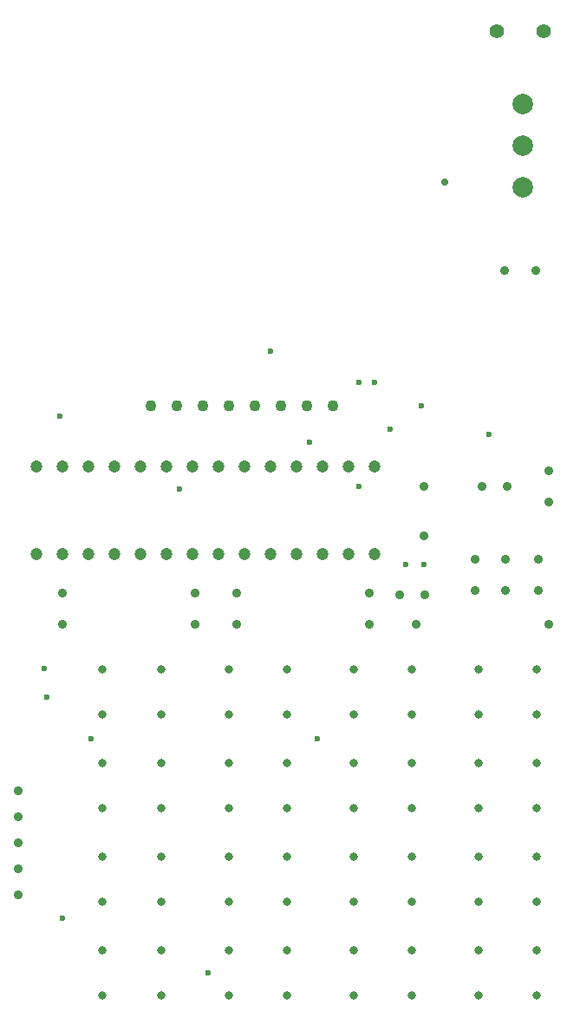
<source format=gbr>
G04 Generated by Ultiboard 14.0 *
%FSLAX34Y34*%
%MOMM*%

%ADD11C,0.8000*%
%ADD12C,0.6000*%
%ADD13C,0.9000*%
%ADD14C,1.2000*%
%ADD15C,0.7000*%
%ADD16C,2.0000*%
%ADD17C,1.1000*%
%ADD18C,1.4000*%


G04 ColorRGB 000000 for the following layer *
%LNDrill-Copper Top-Copper Bottom*%
%LPD*%
G54D11*
X469900Y159324D03*
X526900Y159324D03*
X469900Y115324D03*
X526900Y115324D03*
X347980Y67884D03*
X404980Y67884D03*
X347980Y23884D03*
X404980Y23884D03*
X159720Y23884D03*
X102720Y67884D03*
X159720Y67884D03*
X102720Y23884D03*
X102720Y159324D03*
X159720Y159324D03*
X102720Y115324D03*
X159720Y115324D03*
X102720Y342204D03*
X159720Y342204D03*
X102720Y298204D03*
X159720Y298204D03*
X102720Y250764D03*
X159720Y250764D03*
X102720Y206764D03*
X159720Y206764D03*
X226060Y342204D03*
X283060Y342204D03*
X226060Y298204D03*
X283060Y298204D03*
X226060Y250764D03*
X283060Y250764D03*
X226060Y206764D03*
X283060Y206764D03*
X226060Y159324D03*
X283060Y159324D03*
X226060Y115324D03*
X283060Y115324D03*
X347980Y159324D03*
X404980Y159324D03*
X347980Y115324D03*
X404980Y115324D03*
X347980Y250764D03*
X404980Y250764D03*
X347980Y206764D03*
X404980Y206764D03*
X347980Y342204D03*
X404980Y342204D03*
X347980Y298204D03*
X404980Y298204D03*
X469900Y250764D03*
X526900Y250764D03*
X469900Y206764D03*
X526900Y206764D03*
X469900Y342204D03*
X526900Y342204D03*
X469900Y298204D03*
X526900Y298204D03*
X469900Y67884D03*
X526900Y67884D03*
X469900Y23884D03*
X526900Y23884D03*
X226060Y67884D03*
X283060Y67884D03*
X226060Y23884D03*
X283060Y23884D03*
G54D12*
X91440Y274320D03*
X312420Y274320D03*
X416560Y444500D03*
X63500Y99060D03*
X205740Y45720D03*
X48260Y314960D03*
X45720Y342900D03*
X266700Y652780D03*
X398780Y444500D03*
X414020Y599440D03*
X353060Y622300D03*
X368300Y622300D03*
X60960Y589280D03*
X383540Y576580D03*
X304800Y563880D03*
X353060Y520700D03*
X177800Y518160D03*
X480060Y571500D03*
G54D13*
X538480Y505460D03*
X538480Y535940D03*
X63500Y386080D03*
X193040Y386080D03*
X63500Y416560D03*
X193040Y416560D03*
X233680Y416560D03*
X363220Y416560D03*
X363220Y386080D03*
X233680Y386080D03*
X408940Y386080D03*
X538480Y386080D03*
X528320Y449580D03*
X528320Y419100D03*
X498340Y521240D03*
X473340Y521240D03*
X416560Y472441D03*
X416560Y521124D03*
X392900Y414869D03*
X417900Y414869D03*
X20320Y147320D03*
X20320Y121920D03*
X20320Y172720D03*
X20320Y198120D03*
X20320Y223520D03*
X466511Y419100D03*
X466511Y449580D03*
X496640Y449580D03*
X496640Y419100D03*
X495300Y731520D03*
X525780Y731520D03*
G54D14*
X368300Y540340D03*
X342900Y540340D03*
X317500Y540340D03*
X292100Y540340D03*
X266700Y540340D03*
X241300Y540340D03*
X215900Y540340D03*
X190500Y540340D03*
X165100Y540340D03*
X139700Y540340D03*
X114300Y540340D03*
X88900Y540340D03*
X63500Y540340D03*
X38100Y540340D03*
X368300Y455340D03*
X342900Y455340D03*
X317500Y455340D03*
X292100Y455340D03*
X266700Y455340D03*
X241300Y455340D03*
X215900Y455340D03*
X190500Y455340D03*
X165100Y455340D03*
X139700Y455340D03*
X114300Y455340D03*
X88900Y455340D03*
X63500Y455340D03*
X38100Y455340D03*
G54D15*
X436880Y817880D03*
G54D16*
X513080Y853440D03*
X513080Y894080D03*
X513080Y812800D03*
G54D17*
X149860Y599440D03*
X175260Y599440D03*
X200660Y599440D03*
X226060Y599440D03*
X251460Y599440D03*
X276860Y599440D03*
X302260Y599440D03*
X327660Y599440D03*
G54D18*
X487680Y965200D03*
X533400Y965200D03*

M02*

</source>
